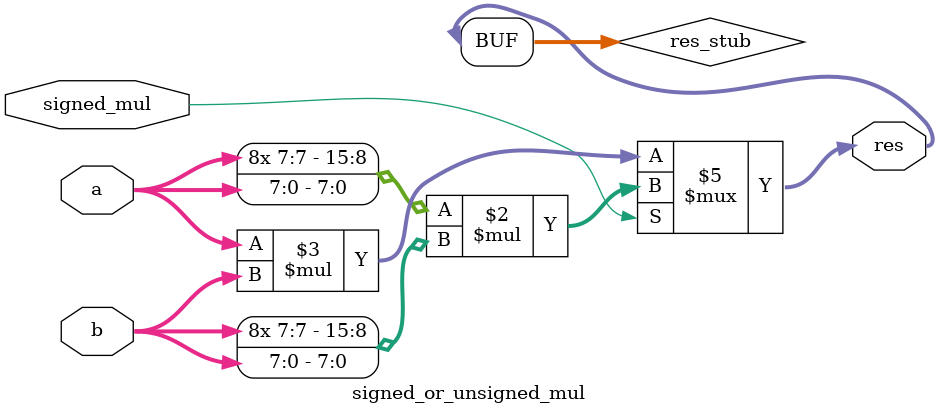
<source format=sv>


module signed_mul_4
(
  input  signed [3:0] a, b,
  output signed [7:0] res
);

  assign res = a * b;

endmodule

// A parameterized module
// that implements the unsigned multiplication of N-bit numbers
// which produces 2N-bit result

module unsigned_mul
# (
  parameter n = 8
)
(
  input  [    n - 1:0] a, b,
  output [2 * n - 1:0] res
);

  assign res = a * b;

endmodule

//----------------------------------------------------------------------------
// Task
//----------------------------------------------------------------------------

// Task:
//
// Implement a parameterized module
// that produces either signed or unsigned result
// of the multiplication depending on the 'signed_mul' input bit.

module signed_or_unsigned_mul
# (
  parameter n = 8
)
(
  input  [    n - 1:0] a, b,
  input                signed_mul,
  output [2 * n - 1:0] res
);

  //assign res = signed_mul ? ($signed(a) * $signed(b)) : (a * b) ;
  logic [2 * n - 1:0]  res_stub;
  assign res = res_stub;
  always_comb
    if (signed_mul)
      res_stub = $signed(a) * $signed(b);
    else 
      res_stub = a * b;
  




  // logic [2 * n - 1:0]  res_stub;
  // logic [n-1:0] a_mod, b_mod;
  // logic sign;
  // assign res = res_stub;
  // always_comb begin
  //   if (signed_mul) begin
  //     sign = a[n-1] ^ b[n-1];

  //     a_mod = a[n-1] ? ~(a[n-1:0]-1) : a[n-1:0];
  //     b_mod = b[n-1] ? ~(b[n-1:0]-1) : b[n-1:0];

  //     res_stub = a_mod*b_mod;
  //     if (sign)
  //       res_stub = (~res_stub + 1);
  //   end
  //   else  
  //     res_stub = a * b;
  // end

endmodule

</source>
